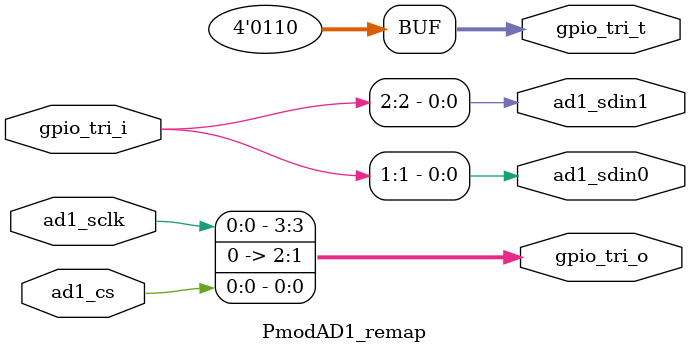
<source format=v>
`timescale 1 ns / 1 ps

module PmodAD1_remap (
	output ad1_sdin0,
	output ad1_sdin1,
	input ad1_cs,
	input ad1_sclk,
	
	(* X_INTERFACE_INFO = "xilinx.com:interface:gpio:1.0 GPIO_TOP TRI_T" *)
	output [3:0] gpio_tri_t, // Tristate output enable signal (optional)
	(* X_INTERFACE_INFO = "xilinx.com:interface:gpio:1.0 GPIO_TOP TRI_O" *)
	output [3:0] gpio_tri_o, // Tristate output signal (optional)
	(* X_INTERFACE_INFO = "xilinx.com:interface:gpio:1.0 GPIO_TOP TRI_I" *)
	input [3:0] gpio_tri_i // Tristate input signal (optional)
);
	assign ad1_sdin0 = gpio_tri_i[1];
	assign ad1_sdin1 = gpio_tri_i[2];

	assign gpio_tri_o[0] = ad1_cs;
	assign gpio_tri_o[1] = 1'b0;
	assign gpio_tri_o[2] = 1'b0;
	assign gpio_tri_o[3] = ad1_sclk;
	
	assign gpio_tri_t[0] = 1'b0;
	assign gpio_tri_t[1] = 1'b1;
	assign gpio_tri_t[2] = 1'b1;
	assign gpio_tri_t[3] = 1'b0;
endmodule
</source>
